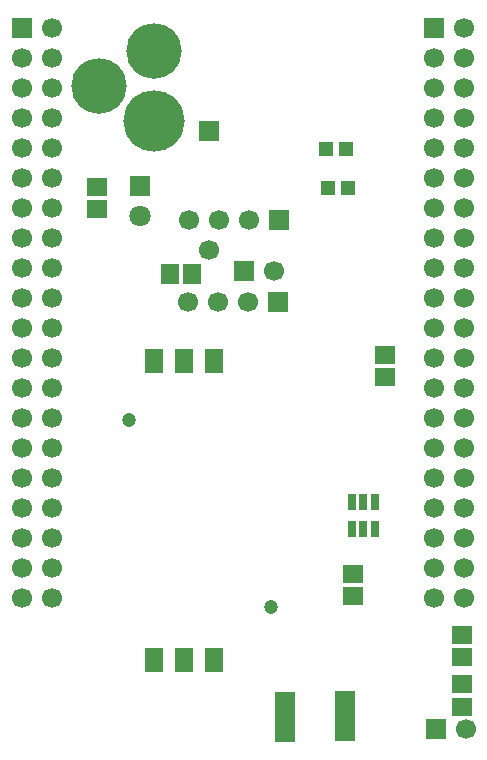
<source format=gbr>
G04 DipTrace 3.0.0.1*
G04 BottomMask.gbr*
%MOIN*%
G04 #@! TF.FileFunction,Soldermask,Bot*
G04 #@! TF.Part,Single*
%ADD54C,0.047244*%
%ADD69R,0.031496X0.055118*%
%ADD71R,0.062992X0.07874*%
%ADD77R,0.051181X0.047244*%
%ADD81C,0.204724*%
%ADD83C,0.185039*%
%ADD85R,0.059055X0.066929*%
%ADD87C,0.066929*%
%ADD89R,0.066929X0.066929*%
%ADD91R,0.066929X0.059055*%
%ADD93C,0.070866*%
%ADD95R,0.070866X0.070866*%
%ADD103R,0.067717X0.167717*%
%FSLAX26Y26*%
G04*
G70*
G90*
G75*
G01*
G04 BotMask*
%LPD*%
D103*
X1535433Y492126D3*
X1335039Y490157D3*
D95*
X853543Y2257874D3*
D93*
Y2157874D3*
D91*
X711417Y2257087D3*
Y2182283D3*
X1670079Y1621260D3*
Y1696063D3*
X1562598Y966142D3*
Y891339D3*
D89*
X1081496Y2443919D3*
D87*
Y2046281D3*
D89*
X1314961Y2145276D3*
D87*
X1214961D3*
X1114961D3*
X1014961D3*
D89*
X1313701Y1871701D3*
D87*
X1213701D3*
X1113701D3*
X1013701D3*
D83*
X900000Y2710630D3*
D81*
Y2474409D3*
D83*
X714961Y2592520D3*
D89*
X1839701Y449701D3*
D87*
X1939701D3*
D89*
X1199701Y1974701D3*
D87*
X1299701D3*
D91*
X1926701Y763701D3*
Y688898D3*
D77*
X1545276Y2253543D3*
X1478346D3*
X1473228Y2381496D3*
X1540157D3*
D91*
X1926701Y598701D3*
Y523898D3*
D85*
X952701Y1964701D3*
X1027504D3*
D71*
X899362Y1675591D3*
X999362D3*
X1099362D3*
Y679528D3*
X999362D3*
X899362D3*
D54*
X1289126Y857480D3*
X816685Y1479528D3*
D69*
X1560661Y1206299D3*
X1598063D3*
X1635465D3*
Y1115748D3*
X1598063D3*
X1560661D3*
D89*
X1833465Y2785433D3*
D87*
X1933465D3*
X1833465Y2685433D3*
X1933465D3*
X1833465Y2585433D3*
X1933465D3*
X1833465Y2485433D3*
X1933465D3*
X1833465Y2385433D3*
X1933465D3*
X1833465Y2285433D3*
X1933465D3*
X1833465Y2185433D3*
X1933465D3*
X1833465Y2085433D3*
X1933465D3*
X1833465Y1985433D3*
X1933465D3*
X1833465Y1885433D3*
X1933465D3*
X1833465Y1785433D3*
X1933465D3*
X1833465Y1685433D3*
X1933465D3*
X1833465Y1585433D3*
X1933465D3*
X1833465Y1485433D3*
X1933465D3*
X1833465Y1385433D3*
X1933465D3*
X1833465Y1285433D3*
X1933465D3*
X1833465Y1185433D3*
X1933465D3*
X1833465Y1085433D3*
X1933465D3*
X1833465Y985433D3*
X1933465D3*
X1833465Y885433D3*
X1933465D3*
D89*
X458661Y2785433D3*
D87*
X558661D3*
X458661Y2685433D3*
X558661D3*
X458661Y2585433D3*
X558661D3*
X458661Y2485433D3*
X558661D3*
X458661Y2385433D3*
X558661D3*
X458661Y2285433D3*
X558661D3*
X458661Y2185433D3*
X558661D3*
X458661Y2085433D3*
X558661D3*
X458661Y1985433D3*
X558661D3*
X458661Y1885433D3*
X558661D3*
X458661Y1785433D3*
X558661D3*
X458661Y1685433D3*
X558661D3*
X458661Y1585433D3*
X558661D3*
X458661Y1485433D3*
X558661D3*
X458661Y1385433D3*
X558661D3*
X458661Y1285433D3*
X558661D3*
X458661Y1185433D3*
X558661D3*
X458661Y1085433D3*
X558661D3*
X458661Y985433D3*
X558661D3*
X458661Y885433D3*
X558661D3*
M02*

</source>
